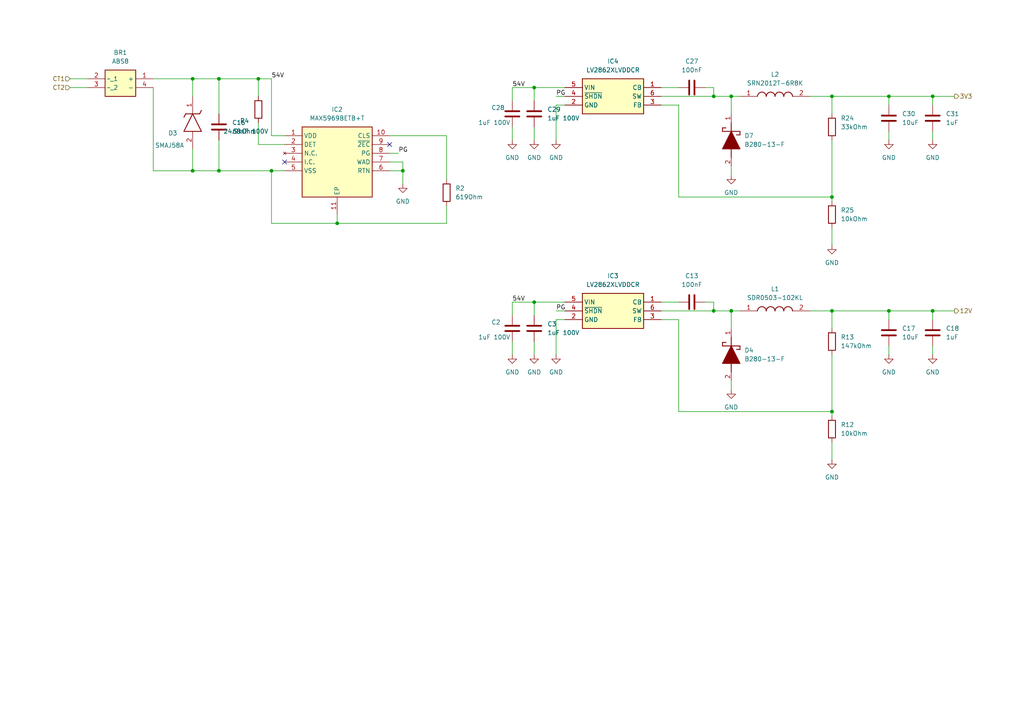
<source format=kicad_sch>
(kicad_sch (version 20231120) (generator "eeschema") (generator_version "8.0")
  (paper "A4")
  (lib_symbols
    (symbol "benediktibk:ABS8"
      (property "Reference" "BR" (at 6.604 7.366 0))
      (property "Value" "ABS8" (at 6.604 4.826 0))
      (symbol "ABS8_1_1"
        (rectangle (start 5.08 2.54) (end 13.97 -5.08) (stroke (width 0.254)) (fill (type background)))
        (pin passive line (at 19.05 0 180) (length 5.08) (name "+") (number "1"))
        (pin passive line (at 0 0 0) (length 5.08) (name "~_1") (number "2"))
        (pin passive line (at 0 -2.54 0) (length 5.08) (name "~_2") (number "3"))
        (pin passive line (at 19.05 -2.54 180) (length 5.08) (name "-") (number "4"))
      )
    )
    (symbol "benediktibk:B280-13-F" (pin_names hide)
      (property "Reference" "D" (at 12.7 8.89 0))
      (property "Value" "B280-13-F" (at 12.7 6.35 0))
      (symbol "B280-13-F_1_1"
        (polyline (pts (xy 5.08 0) (xy 7.62 0)) (stroke (width 0.254)))
        (polyline (pts (xy 6.604 -1.524) (xy 6.604 -2.54)) (stroke (width 0.254)))
        (polyline (pts (xy 7.62 -2.54) (xy 6.604 -2.54)) (stroke (width 0.254)))
        (polyline (pts (xy 7.62 2.54) (xy 7.62 -2.54)) (stroke (width 0.254)))
        (polyline (pts (xy 7.62 2.54) (xy 8.636 2.54)) (stroke (width 0.254)))
        (polyline (pts (xy 8.636 1.524) (xy 8.636 2.54)) (stroke (width 0.254)))
        (polyline (pts (xy 12.7 0) (xy 15.24 0)) (stroke (width 0.254)))
        (polyline (pts (xy 7.62 0) (xy 12.7 2.54) (xy 12.7 -2.54) (xy 7.62 0)) (stroke (width 0.254)) (fill (type outline)))
        (pin passive line (at 2.54 0 0) (length 2.54) (name "K") (number "1"))
        (pin passive line (at 17.78 0 180) (length 2.54) (name "A") (number "2"))
      )
    )
    (symbol "benediktibk:C_100nF_SMD_0603_50V" (pin_numbers hide) (pin_names (offset 0.254))
      (property "Reference" "C" (at 0.635 2.54 0))
      (property "Value" "C_100nF_SMD_0603_50V" (at 0.635 -2.54 0))
      (symbol "C_100nF_SMD_0603_50V_0_1"
        (polyline (pts (xy -2.032 -0.762) (xy 2.032 -0.762)) (stroke (width 0.508)))
        (polyline (pts (xy -2.032 0.762) (xy 2.032 0.762)) (stroke (width 0.508)))
      )
      (symbol "C_100nF_SMD_0603_50V_1_1"
        (pin passive line (at 0 3.81 270) (length 2.794) (name "~") (number "1"))
        (pin passive line (at 0 -3.81 90) (length 2.794) (name "~") (number "2"))
      )
    )
    (symbol "benediktibk:C_10uF_SMD_1210_50V_20%" (pin_numbers hide) (pin_names (offset 0.254))
      (property "Reference" "C" (at 0.635 2.54 0))
      (property "Value" "C_10uF_SMD_1210_50V_20%" (at 0.635 -2.54 0))
      (symbol "C_10uF_SMD_1210_50V_20%_0_1"
        (polyline (pts (xy -2.032 -0.762) (xy 2.032 -0.762)) (stroke (width 0.508)))
        (polyline (pts (xy -2.032 0.762) (xy 2.032 0.762)) (stroke (width 0.508)))
      )
      (symbol "C_10uF_SMD_1210_50V_20%_1_1"
        (pin passive line (at 0 3.81 270) (length 2.794) (name "~") (number "1"))
        (pin passive line (at 0 -3.81 90) (length 2.794) (name "~") (number "2"))
      )
    )
    (symbol "benediktibk:C_1uF_SMD_0603_100V_10%" (pin_numbers hide) (pin_names (offset 0.254))
      (property "Reference" "C" (at 0.635 2.54 0))
      (property "Value" "C_1uF_SMD_0603_100V_10%" (at 0.635 -2.54 0))
      (symbol "C_1uF_SMD_0603_100V_10%_0_1"
        (polyline (pts (xy -2.032 -0.762) (xy 2.032 -0.762)) (stroke (width 0.508)))
        (polyline (pts (xy -2.032 0.762) (xy 2.032 0.762)) (stroke (width 0.508)))
      )
      (symbol "C_1uF_SMD_0603_100V_10%_1_1"
        (pin passive line (at 0 3.81 270) (length 2.794) (name "~") (number "1"))
        (pin passive line (at 0 -3.81 90) (length 2.794) (name "~") (number "2"))
      )
    )
    (symbol "benediktibk:C_1uF_SMD_0603_50V_10%" (pin_numbers hide) (pin_names (offset 0.254))
      (property "Reference" "C" (at 0.635 2.54 0))
      (property "Value" "C_1uF_SMD_0603_50V_10%" (at 0.635 -2.54 0))
      (symbol "C_1uF_SMD_0603_50V_10%_0_1"
        (polyline (pts (xy -2.032 -0.762) (xy 2.032 -0.762)) (stroke (width 0.508)))
        (polyline (pts (xy -2.032 0.762) (xy 2.032 0.762)) (stroke (width 0.508)))
      )
      (symbol "C_1uF_SMD_0603_50V_10%_1_1"
        (pin passive line (at 0 3.81 270) (length 2.794) (name "~") (number "1"))
        (pin passive line (at 0 -3.81 90) (length 2.794) (name "~") (number "2"))
      )
    )
    (symbol "benediktibk:C_68nF_SMD_0603_100V_10%" (pin_numbers hide) (pin_names (offset 0.254))
      (property "Reference" "C" (at 0.635 2.54 0))
      (property "Value" "C_68nF_SMD_0603_100V_10%" (at 0.635 -2.54 0))
      (symbol "C_68nF_SMD_0603_100V_10%_0_1"
        (polyline (pts (xy -2.032 -0.762) (xy 2.032 -0.762)) (stroke (width 0.508)))
        (polyline (pts (xy -2.032 0.762) (xy 2.032 0.762)) (stroke (width 0.508)))
      )
      (symbol "C_68nF_SMD_0603_100V_10%_1_1"
        (pin passive line (at 0 3.81 270) (length 2.794) (name "~") (number "1"))
        (pin passive line (at 0 -3.81 90) (length 2.794) (name "~") (number "2"))
      )
    )
    (symbol "benediktibk:LV2862XLVDDCR"
      (property "Reference" "IC" (at 24.13 7.62 0))
      (property "Value" "LV2862XLVDDCR" (at 24.13 5.08 0))
      (symbol "LV2862XLVDDCR_1_1"
        (rectangle (start 5.08 2.54) (end 22.86 -7.62) (stroke (width 0.254)) (fill (type background)))
        (pin passive line (at 27.94 0 180) (length 5.08) (name "CB") (number "1"))
        (pin passive line (at 0 -5.08 0) (length 5.08) (name "GND") (number "2"))
        (pin passive line (at 27.94 -5.08 180) (length 5.08) (name "FB") (number "3"))
        (pin passive line (at 0 -2.54 0) (length 5.08) (name "~{SHDN}") (number "4"))
        (pin passive line (at 0 0 0) (length 5.08) (name "VIN") (number "5"))
        (pin passive line (at 27.94 -2.54 180) (length 5.08) (name "SW") (number "6"))
      )
    )
    (symbol "benediktibk:MAX5969BETB+T"
      (property "Reference" "IC" (at 26.67 7.62 0))
      (property "Value" "MAX5969BETB+T" (at 26.67 5.08 0))
      (symbol "MAX5969BETB+T_1_1"
        (rectangle (start 5.08 2.54) (end 25.4 -17.78) (stroke (width 0.254)) (fill (type background)))
        (pin passive line (at 0 0 0) (length 5.08) (name "VDD") (number "1"))
        (pin passive line (at 30.48 0 180) (length 5.08) (name "CLS") (number "10"))
        (pin passive line (at 15.24 -22.86 90) (length 5.08) (name "EP") (number "11"))
        (pin passive line (at 0 -2.54 0) (length 5.08) (name "DET") (number "2"))
        (pin no_connect line (at 0 -5.08 0) (length 5.08) (name "N.C.") (number "3"))
        (pin passive line (at 0 -7.62 0) (length 5.08) (name "I.C.") (number "4"))
        (pin passive line (at 0 -10.16 0) (length 5.08) (name "VSS") (number "5"))
        (pin passive line (at 30.48 -10.16 180) (length 5.08) (name "RTN") (number "6"))
        (pin passive line (at 30.48 -7.62 180) (length 5.08) (name "WAD") (number "7"))
        (pin passive line (at 30.48 -5.08 180) (length 5.08) (name "PG") (number "8"))
        (pin passive line (at 30.48 -2.54 180) (length 5.08) (name "~{2EC}") (number "9"))
      )
    )
    (symbol "benediktibk:R_10kOhm_SMD_0603_100mW_1%" (pin_numbers hide) (pin_names (offset 0))
      (property "Reference" "R" (at 2.032 0 90))
      (property "Value" "R_10kOhm_SMD_0603_100mW_1%" (at -5.588 -1.016 90))
      (symbol "R_10kOhm_SMD_0603_100mW_1%_0_1"
        (rectangle (start -1.016 -2.54) (end 1.016 2.54) (stroke (width 0.254)))
      )
      (symbol "R_10kOhm_SMD_0603_100mW_1%_1_1"
        (pin passive line (at 0 3.81 270) (length 1.27) (name "~") (number "1"))
        (pin passive line (at 0 -3.81 90) (length 1.27) (name "~") (number "2"))
      )
    )
    (symbol "benediktibk:R_147kOhm_SMD_0603_100mW_1%" (pin_numbers hide) (pin_names (offset 0))
      (property "Reference" "R" (at 2.032 0 90))
      (property "Value" "R_147kOhm_SMD_0603_100mW_1%" (at -5.588 -1.016 90))
      (symbol "R_147kOhm_SMD_0603_100mW_1%_0_1"
        (rectangle (start -1.016 -2.54) (end 1.016 2.54) (stroke (width 0.254)))
      )
      (symbol "R_147kOhm_SMD_0603_100mW_1%_1_1"
        (pin passive line (at 0 3.81 270) (length 1.27) (name "~") (number "1"))
        (pin passive line (at 0 -3.81 90) (length 1.27) (name "~") (number "2"))
      )
    )
    (symbol "benediktibk:R_24_9kOhm_SMD_0603_100mW_1%" (pin_numbers hide) (pin_names (offset 0))
      (property "Reference" "R" (at 2.032 0 90))
      (property "Value" "R_24_9kOhm_SMD_0603_100mW_1%" (at -5.588 -1.016 90))
      (symbol "R_24_9kOhm_SMD_0603_100mW_1%_0_1"
        (rectangle (start -1.016 -2.54) (end 1.016 2.54) (stroke (width 0.254)))
      )
      (symbol "R_24_9kOhm_SMD_0603_100mW_1%_1_1"
        (pin passive line (at 0 3.81 270) (length 1.27) (name "~") (number "1"))
        (pin passive line (at 0 -3.81 90) (length 1.27) (name "~") (number "2"))
      )
    )
    (symbol "benediktibk:R_33kOhm_SMD_0603_100mW_1%" (pin_numbers hide) (pin_names (offset 0))
      (property "Reference" "R" (at 2.032 0 90))
      (property "Value" "R_33kOhm_SMD_0603_100mW_1%" (at -5.588 -1.016 90))
      (symbol "R_33kOhm_SMD_0603_100mW_1%_0_1"
        (rectangle (start -1.016 -2.54) (end 1.016 2.54) (stroke (width 0.254)))
      )
      (symbol "R_33kOhm_SMD_0603_100mW_1%_1_1"
        (pin passive line (at 0 3.81 270) (length 1.27) (name "~") (number "1"))
        (pin passive line (at 0 -3.81 90) (length 1.27) (name "~") (number "2"))
      )
    )
    (symbol "benediktibk:R_619Ohm_SMD_0603_100mW_1%" (pin_numbers hide) (pin_names (offset 0))
      (property "Reference" "R" (at 2.032 0 90))
      (property "Value" "R_619Ohm_SMD_0603_100mW_1%" (at -5.588 -1.016 90))
      (symbol "R_619Ohm_SMD_0603_100mW_1%_0_1"
        (rectangle (start -1.016 -2.54) (end 1.016 2.54) (stroke (width 0.254)))
      )
      (symbol "R_619Ohm_SMD_0603_100mW_1%_1_1"
        (pin passive line (at 0 3.81 270) (length 1.27) (name "~") (number "1"))
        (pin passive line (at 0 -3.81 90) (length 1.27) (name "~") (number "2"))
      )
    )
    (symbol "benediktibk:SDR0503-102KL" (pin_names hide)
      (property "Reference" "L" (at 16.51 6.35 0))
      (property "Value" "SDR0503-102KL" (at 16.51 3.81 0))
      (symbol "SDR0503-102KL_1_1"
        (arc (start 7.62 0) (mid 6.35 1.219) (end 5.08 0) (stroke (width 0.254)))
        (arc (start 10.16 0) (mid 8.89 1.219) (end 7.62 0) (stroke (width 0.254)))
        (arc (start 12.7 0) (mid 11.43 1.219) (end 10.16 0) (stroke (width 0.254)))
        (arc (start 15.24 0) (mid 13.97 1.219) (end 12.7 0) (stroke (width 0.254)))
        (pin passive line (at 0 0 0) (length 5.08) (name "1") (number "1"))
        (pin passive line (at 20.32 0 180) (length 5.08) (name "2") (number "2"))
      )
    )
    (symbol "benediktibk:SMAJ58A" (pin_names hide)
      (property "Reference" "D" (at 10.16 8.89 0))
      (property "Value" "SMAJ58A" (at 10.16 6.35 0))
      (symbol "SMAJ58A_1_1"
        (polyline (pts (xy 4.064 2.54) (xy 5.08 2.032)) (stroke (width 0.254)))
        (polyline (pts (xy 5.08 -2.032) (xy 5.08 2.032)) (stroke (width 0.254)))
        (polyline (pts (xy 5.08 -2.032) (xy 6.096 -2.54)) (stroke (width 0.254)))
        (polyline (pts (xy 5.08 0) (xy 10.16 2.54)) (stroke (width 0.254)))
        (polyline (pts (xy 10.16 -2.54) (xy 5.08 0)) (stroke (width 0.254)))
        (polyline (pts (xy 10.16 -2.54) (xy 10.16 2.54)) (stroke (width 0.254)))
        (pin passive line (at 0 0 0) (length 5.08) (name "K") (number "1"))
        (pin passive line (at 15.24 0 180) (length 5.08) (name "A") (number "2"))
      )
    )
    (symbol "benediktibk:SRN2012T-6R8K" (pin_names hide)
      (property "Reference" "L" (at 16.51 6.35 0))
      (property "Value" "SRN2012T-6R8K" (at 16.51 3.81 0))
      (symbol "SRN2012T-6R8K_1_1"
        (arc (start 7.62 0) (mid 6.35 1.219) (end 5.08 0) (stroke (width 0.254)))
        (arc (start 10.16 0) (mid 8.89 1.219) (end 7.62 0) (stroke (width 0.254)))
        (arc (start 12.7 0) (mid 11.43 1.219) (end 10.16 0) (stroke (width 0.254)))
        (arc (start 15.24 0) (mid 13.97 1.219) (end 12.7 0) (stroke (width 0.254)))
        (pin passive line (at 0 0 0) (length 5.08) (name "1") (number "1"))
        (pin passive line (at 20.32 0 180) (length 5.08) (name "2") (number "2"))
      )
    )
    (symbol "power:GND" (power) (pin_numbers hide) (pin_names (offset 0) hide)
      (property "Value" "GND" (at 0 -3.81 0))
      (symbol "GND_0_1"
        (polyline (pts (xy 0 0) (xy 0 -1.27) (xy 1.27 -1.27) (xy 0 -2.54) (xy -1.27 -1.27) (xy 0 -1.27)))
      )
      (symbol "GND_1_1"
        (pin power_in line (at 0 0 270) (length 0) (name "~") (number "1"))
      )
    )
  )
  (junction (at 270.51 27.94))
  (junction (at 74.93 22.86))
  (junction (at 97.79 64.77))
  (junction (at 241.3 90.17))
  (junction (at 257.81 27.94))
  (junction (at 257.81 90.17))
  (junction (at 207.01 90.17))
  (junction (at 241.3 27.94))
  (junction (at 116.84 49.53))
  (junction (at 241.3 57.15))
  (junction (at 63.5 49.53))
  (junction (at 55.88 49.53))
  (junction (at 63.5 22.86))
  (junction (at 241.3 119.38))
  (junction (at 154.94 87.63))
  (junction (at 154.94 25.4))
  (junction (at 212.09 27.94))
  (junction (at 207.01 27.94))
  (junction (at 270.51 90.17))
  (junction (at 55.88 22.86))
  (junction (at 78.74 49.53))
  (junction (at 212.09 90.17))
  (no_connect (at 113.03 41.91))
  (no_connect (at 82.55 46.99))
  (wire (pts (xy 74.93 41.91) (xy 74.93 35.56)))
  (wire (pts (xy 154.94 25.4) (xy 154.94 29.21)))
  (wire (pts (xy 129.54 64.77) (xy 97.79 64.77)))
  (wire (pts (xy 241.3 90.17) (xy 241.3 95.25)))
  (wire (pts (xy 154.94 99.06) (xy 154.94 102.87)))
  (wire (pts (xy 163.83 30.48) (xy 161.29 30.48)))
  (wire (pts (xy 241.3 27.94) (xy 257.81 27.94)))
  (wire (pts (xy 154.94 36.83) (xy 154.94 40.64)))
  (wire (pts (xy 55.88 43.18) (xy 55.88 49.53)))
  (wire (pts (xy 257.81 27.94) (xy 257.81 30.48)))
  (wire (pts (xy 148.59 99.06) (xy 148.59 102.87)))
  (wire (pts (xy 196.85 57.15) (xy 241.3 57.15)))
  (wire (pts (xy 196.85 30.48) (xy 196.85 57.15)))
  (wire (pts (xy 270.51 27.94) (xy 276.86 27.94)))
  (wire (pts (xy 207.01 87.63) (xy 204.47 87.63)))
  (wire (pts (xy 257.81 38.1) (xy 257.81 40.64)))
  (wire (pts (xy 55.88 22.86) (xy 63.5 22.86)))
  (wire (pts (xy 161.29 30.48) (xy 161.29 40.64)))
  (wire (pts (xy 113.03 49.53) (xy 116.84 49.53)))
  (wire (pts (xy 196.85 92.71) (xy 196.85 119.38)))
  (wire (pts (xy 196.85 119.38) (xy 241.3 119.38)))
  (wire (pts (xy 207.01 90.17) (xy 207.01 87.63)))
  (wire (pts (xy 212.09 90.17) (xy 214.63 90.17)))
  (wire (pts (xy 212.09 110.49) (xy 212.09 113.03)))
  (wire (pts (xy 154.94 25.4) (xy 163.83 25.4)))
  (wire (pts (xy 78.74 49.53) (xy 82.55 49.53)))
  (wire (pts (xy 78.74 22.86) (xy 78.74 39.37)))
  (wire (pts (xy 270.51 27.94) (xy 270.51 30.48)))
  (wire (pts (xy 257.81 90.17) (xy 257.81 92.71)))
  (wire (pts (xy 241.3 120.65) (xy 241.3 119.38)))
  (wire (pts (xy 116.84 46.99) (xy 116.84 49.53)))
  (wire (pts (xy 113.03 44.45) (xy 115.57 44.45)))
  (wire (pts (xy 78.74 64.77) (xy 97.79 64.77)))
  (wire (pts (xy 74.93 22.86) (xy 78.74 22.86)))
  (wire (pts (xy 241.3 27.94) (xy 241.3 33.02)))
  (wire (pts (xy 257.81 100.33) (xy 257.81 102.87)))
  (wire (pts (xy 129.54 39.37) (xy 129.54 52.07)))
  (wire (pts (xy 191.77 92.71) (xy 196.85 92.71)))
  (wire (pts (xy 241.3 128.27) (xy 241.3 133.35)))
  (wire (pts (xy 241.3 90.17) (xy 257.81 90.17)))
  (wire (pts (xy 44.45 22.86) (xy 55.88 22.86)))
  (wire (pts (xy 78.74 39.37) (xy 82.55 39.37)))
  (wire (pts (xy 78.74 49.53) (xy 78.74 64.77)))
  (wire (pts (xy 191.77 27.94) (xy 207.01 27.94)))
  (wire (pts (xy 163.83 92.71) (xy 161.29 92.71)))
  (wire (pts (xy 212.09 27.94) (xy 212.09 33.02)))
  (wire (pts (xy 270.51 38.1) (xy 270.51 40.64)))
  (wire (pts (xy 44.45 49.53) (xy 44.45 25.4)))
  (wire (pts (xy 74.93 22.86) (xy 74.93 27.94)))
  (wire (pts (xy 257.81 90.17) (xy 270.51 90.17)))
  (wire (pts (xy 241.3 40.64) (xy 241.3 57.15)))
  (wire (pts (xy 55.88 49.53) (xy 63.5 49.53)))
  (wire (pts (xy 191.77 25.4) (xy 196.85 25.4)))
  (wire (pts (xy 63.5 40.64) (xy 63.5 49.53)))
  (wire (pts (xy 234.95 27.94) (xy 241.3 27.94)))
  (wire (pts (xy 191.77 87.63) (xy 196.85 87.63)))
  (wire (pts (xy 161.29 90.17) (xy 163.83 90.17)))
  (wire (pts (xy 148.59 87.63) (xy 148.59 91.44)))
  (wire (pts (xy 207.01 90.17) (xy 212.09 90.17)))
  (wire (pts (xy 154.94 87.63) (xy 154.94 91.44)))
  (wire (pts (xy 270.51 90.17) (xy 276.86 90.17)))
  (wire (pts (xy 116.84 49.53) (xy 116.84 53.34)))
  (wire (pts (xy 161.29 92.71) (xy 161.29 102.87)))
  (wire (pts (xy 241.3 66.04) (xy 241.3 71.12)))
  (wire (pts (xy 63.5 22.86) (xy 74.93 22.86)))
  (wire (pts (xy 212.09 27.94) (xy 214.63 27.94)))
  (wire (pts (xy 270.51 90.17) (xy 270.51 92.71)))
  (wire (pts (xy 20.32 22.86) (xy 25.4 22.86)))
  (wire (pts (xy 191.77 30.48) (xy 196.85 30.48)))
  (wire (pts (xy 207.01 27.94) (xy 212.09 27.94)))
  (wire (pts (xy 241.3 102.87) (xy 241.3 119.38)))
  (wire (pts (xy 234.95 90.17) (xy 241.3 90.17)))
  (wire (pts (xy 191.77 90.17) (xy 207.01 90.17)))
  (wire (pts (xy 148.59 36.83) (xy 148.59 40.64)))
  (wire (pts (xy 20.32 25.4) (xy 25.4 25.4)))
  (wire (pts (xy 44.45 49.53) (xy 55.88 49.53)))
  (wire (pts (xy 270.51 100.33) (xy 270.51 102.87)))
  (wire (pts (xy 63.5 22.86) (xy 63.5 33.02)))
  (wire (pts (xy 154.94 87.63) (xy 163.83 87.63)))
  (wire (pts (xy 212.09 90.17) (xy 212.09 95.25)))
  (wire (pts (xy 82.55 41.91) (xy 74.93 41.91)))
  (wire (pts (xy 212.09 48.26) (xy 212.09 50.8)))
  (wire (pts (xy 161.29 27.94) (xy 163.83 27.94)))
  (wire (pts (xy 129.54 39.37) (xy 113.03 39.37)))
  (wire (pts (xy 207.01 27.94) (xy 207.01 25.4)))
  (wire (pts (xy 113.03 46.99) (xy 116.84 46.99)))
  (wire (pts (xy 63.5 49.53) (xy 78.74 49.53)))
  (wire (pts (xy 257.81 27.94) (xy 270.51 27.94)))
  (wire (pts (xy 148.59 25.4) (xy 148.59 29.21)))
  (wire (pts (xy 148.59 87.63) (xy 154.94 87.63)))
  (wire (pts (xy 97.79 64.77) (xy 97.79 62.23)))
  (wire (pts (xy 207.01 25.4) (xy 204.47 25.4)))
  (wire (pts (xy 129.54 59.69) (xy 129.54 64.77)))
  (wire (pts (xy 55.88 22.86) (xy 55.88 27.94)))
  (wire (pts (xy 148.59 25.4) (xy 154.94 25.4)))
  (wire (pts (xy 241.3 58.42) (xy 241.3 57.15)))
  (label "54V" (at 148.59 87.63 0))
  (label "PG" (at 161.29 27.94 0))
  (label "54V" (at 148.59 25.4 0))
  (label "PG" (at 115.57 44.45 0))
  (label "PG" (at 161.29 90.17 0))
  (label "54V" (at 78.74 22.86 0))
  (hierarchical_label "12V" (shape output) (at 276.86 90.17 0))
  (hierarchical_label "CT2" (shape input) (at 20.32 25.4 180))
  (hierarchical_label "3V3" (shape output) (at 276.86 27.94 0))
  (hierarchical_label "CT1" (shape input) (at 20.32 22.86 180))
  (symbol (lib_id "benediktibk:C_1uF_SMD_0603_50V_10%") (at 270.51 34.29 0) (unit 1)
    (property "Reference" "C31" (at 274.32 33.0199 0) (effects (justify left)))
    (property "Value" "1uF" (at 274.32 35.5599 0) (effects (justify left)))
    (property "Footprint" "benediktibk:C_0603_1608Metric_Pad1.08x0.95mm_HandSolder" (effects (hide yes)))
    (property "Description" "Unpolarized capacitor" (effects (hide yes)))
    (property "RS order number" "103-4112" (effects (hide yes)))
    (property "Mouser Part Number" "963-UMK107BJ105KA-T" (effects (hide yes)))
  )
  (symbol (lib_id "benediktibk:ABS8") (at 25.4 22.86 0) (unit 1)
    (property "Reference" "BR1" (at 34.925 15.24 0))
    (property "Value" "ABS8" (at 34.925 17.78 0))
    (property "Footprint" "benediktibk:ABS8" (effects (hide yes)))
    (property "Datasheet" "https://datasheetspdf.com/pdf-file/1391019/SMCDiode/ABS8/1" (effects (hide yes)))
    (property "Description" "Diode Rectifier Bridge Single 800V 1A 4-Pin Case ABS T/R" (effects (hide yes)))
    (property "Height" "1.7" (effects (hide yes)))
    (property "Mouser Part Number" "637-ABS8" (effects (hide yes)))
    (property "Mouser Price/Stock" "https://www.mouser.co.uk/ProductDetail/Diotec-Semiconductor/ABS8?qs=OlC7AqGiEDl1rAye1%2FSZiw%3D%3D" (effects (hide yes)))
    (property "Manufacturer_Name" "Diotec" (effects (hide yes)))
    (property "Manufacturer_Part_Number" "ABS8" (effects (hide yes)))
  )
  (symbol (lib_id "benediktibk:C_10uF_SMD_1210_50V_20%") (at 257.81 34.29 0) (unit 1)
    (property "Reference" "C30" (at 261.62 33.0199 0) (effects (justify left)))
    (property "Value" "10uF" (at 261.62 35.5599 0) (effects (justify left)))
    (property "Footprint" "benediktibk:C_1210_3225Metric_Pad1.33x2.70mm_HandSolder" (effects (hide yes)))
    (property "Description" "Unpolarized capacitor" (effects (hide yes)))
    (property "RS order number" "172-1575" (effects (hide yes)))
    (property "Mouser Part Number" "187-CL31A106MBHNNNE" (effects (hide yes)))
  )
  (symbol (lib_id "benediktibk:C_100nF_SMD_0603_50V") (at 200.66 25.4 270) (unit 1)
    (property "Reference" "C27" (at 200.66 17.78 90))
    (property "Value" "100nF" (at 200.66 20.32 90))
    (property "Footprint" "benediktibk:C_0603_1608Metric_Pad1.08x0.95mm_HandSolder" (effects (hide yes)))
    (property "Description" "Unpolarized capacitor" (effects (hide yes)))
    (property "RS order number" "242-7372" (effects (hide yes)))
    (property "Mouser Part Number" "581-KGM15BR71H104KM" (effects (hide yes)))
  )
  (symbol (lib_id "benediktibk:R_24_9kOhm_SMD_0603_100mW_1%") (at 74.93 31.75 0) (unit 1)
    (property "Reference" "R4" (at 69.596 35.052 0) (effects (justify left)))
    (property "Value" "24.9kOhm" (at 64.77 38.1 0) (effects (justify left)))
    (property "Footprint" "benediktibk:R_0603_1608Metric_Pad0.98x0.95mm_HandSolder" (effects (hide yes)))
    (property "Description" "Resistor" (effects (hide yes)))
    (property "Mouser Part Number" "594-MCT06030C2492FP5" (effects (hide yes)))
  )
  (symbol (lib_id "benediktibk:SRN2012T-6R8K") (at 214.63 27.94 0) (unit 1)
    (property "Reference" "L2" (at 224.79 21.59 0))
    (property "Value" "SRN2012T-6R8K" (at 224.79 24.13 0))
    (property "Footprint" "benediktibk:INDPM2012X120N" (effects (hide yes)))
    (property "Datasheet" "http://www.bourns.com/docs/Product-Datasheets/SRN2012T.pdf" (effects (hide yes)))
    (property "Description" "Ind,2x1.2x1.2mm,6.8uH?10%,0.7A,semi-shd" (effects (hide yes)))
    (property "Height" "1.2" (effects (hide yes)))
    (property "Mouser Part Number" "652-SRN2012T-6R8K" (effects (hide yes)))
    (property "Mouser Price/Stock" "https://www.mouser.co.uk/ProductDetail/Bourns/SRN2012T-6R8K?qs=A6eO%252BMLsxmSuOZAvAVKYXQ%3D%3D" (effects (hide yes)))
    (property "Manufacturer_Name" "Bourns" (effects (hide yes)))
    (property "Manufacturer_Part_Number" "SRN2012T-6R8K" (effects (hide yes)))
  )
  (symbol (lib_id "power:GND") (at 212.09 113.03 0) (unit 1)
    (property "Reference" "#PWR24" (effects (hide yes)))
    (property "Value" "GND" (at 212.09 118.11 0))
    (property "Description" "Power symbol creates a global label with name \"GND\" , ground" (effects (hide yes)))
  )
  (symbol (lib_id "power:GND") (at 241.3 133.35 0) (unit 1)
    (property "Reference" "#PWR23" (effects (hide yes)))
    (property "Value" "GND" (at 241.3 138.43 0))
    (property "Description" "Power symbol creates a global label with name \"GND\" , ground" (effects (hide yes)))
  )
  (symbol (lib_id "benediktibk:SDR0503-102KL") (at 214.63 90.17 0) (unit 1)
    (property "Reference" "L1" (at 224.79 83.82 0))
    (property "Value" "SDR0503-102KL" (at 224.79 86.36 0))
    (property "Footprint" "benediktibk:SDR0503102KL" (effects (hide yes)))
    (property "Datasheet" "http://www.bourns.com/docs/Product-Datasheets/SDR0503.pdf" (effects (hide yes)))
    (property "Description" "SMD Power Inductor 1000uH 10% 0503 Bourns SDR0503 Series Wire-wound SMD Inductor with a Ferrite Core, 1000 uH Wire-Wound 110mA Idc Q:40" (effects (hide yes)))
    (property "Height" "3.3" (effects (hide yes)))
    (property "Mouser Part Number" "652-SDR0503-102KL" (effects (hide yes)))
    (property "Mouser Price/Stock" "https://www.mouser.co.uk/ProductDetail/Bourns/SDR0503-102KL?qs=R2jSSvul3fBVxoP3q8tBeg%3D%3D" (effects (hide yes)))
    (property "Manufacturer_Name" "Bourns" (effects (hide yes)))
    (property "Manufacturer_Part_Number" "SDR0503-102KL" (effects (hide yes)))
  )
  (symbol (lib_id "benediktibk:C_1uF_SMD_0603_50V_10%") (at 270.51 96.52 0) (unit 1)
    (property "Reference" "C18" (at 274.32 95.2499 0) (effects (justify left)))
    (property "Value" "1uF" (at 274.32 97.7899 0) (effects (justify left)))
    (property "Footprint" "benediktibk:C_0603_1608Metric_Pad1.08x0.95mm_HandSolder" (effects (hide yes)))
    (property "Description" "Unpolarized capacitor" (effects (hide yes)))
    (property "RS order number" "103-4112" (effects (hide yes)))
    (property "Mouser Part Number" "963-UMK107BJ105KA-T" (effects (hide yes)))
  )
  (symbol (lib_id "benediktibk:R_10kOhm_SMD_0603_100mW_1%") (at 241.3 124.46 0) (unit 1)
    (property "Reference" "R12" (at 243.84 123.1899 0) (effects (justify left)))
    (property "Value" "10kOhm" (at 243.84 125.7299 0) (effects (justify left)))
    (property "Footprint" "benediktibk:R_0603_1608Metric_Pad0.98x0.95mm_HandSolder" (effects (hide yes)))
    (property "Description" "Resistor" (effects (hide yes)))
    (property "RS order number" "125-1173" (effects (hide yes)))
    (property "Mouser Part Number" "652-CR0603FX-1002ELF" (effects (hide yes)))
  )
  (symbol (lib_id "benediktibk:C_1uF_SMD_0603_100V_10%") (at 148.59 95.25 0) (unit 1)
    (property "Reference" "C2" (at 142.494 93.472 0) (effects (justify left)))
    (property "Value" "1uF 100V" (at 138.684 97.79 0) (effects (justify left)))
    (property "Footprint" "benediktibk:C_0603_1608Metric_Pad1.08x0.95mm_HandSolder" (effects (hide yes)))
    (property "Description" "Unpolarized capacitor" (effects (hide yes)))
    (property "Mouser Part Number" "810-C1608X7R2A105K08" (effects (hide yes)))
  )
  (symbol (lib_id "benediktibk:C_100nF_SMD_0603_50V") (at 200.66 87.63 270) (unit 1)
    (property "Reference" "C13" (at 200.66 80.01 90))
    (property "Value" "100nF" (at 200.66 82.55 90))
    (property "Footprint" "benediktibk:C_0603_1608Metric_Pad1.08x0.95mm_HandSolder" (effects (hide yes)))
    (property "Description" "Unpolarized capacitor" (effects (hide yes)))
    (property "RS order number" "242-7372" (effects (hide yes)))
    (property "Mouser Part Number" "581-KGM15BR71H104KM" (effects (hide yes)))
  )
  (symbol (lib_id "power:GND") (at 257.81 40.64 0) (unit 1)
    (property "Reference" "#PWR18" (effects (hide yes)))
    (property "Value" "GND" (at 257.81 45.72 0))
    (property "Description" "Power symbol creates a global label with name \"GND\" , ground" (effects (hide yes)))
  )
  (symbol (lib_id "benediktibk:LV2862XLVDDCR") (at 163.83 87.63 0) (unit 1)
    (property "Reference" "IC3" (at 177.8 80.01 0))
    (property "Value" "LV2862XLVDDCR" (at 177.8 82.55 0))
    (property "Footprint" "benediktibk:SOT95P280X110-6N" (effects (hide yes)))
    (property "Datasheet" "https://www.ti.com/lit/gpn/LV2862" (effects (hide yes)))
    (property "Description" "Conv DC-DC 4V to 60V Step Down Single-Out -1V to 65V 0.6A Automotive T/R" (effects (hide yes)))
    (property "Height" "1.1" (effects (hide yes)))
    (property "Mouser Part Number" "595-LV2862XLVDDCR" (effects (hide yes)))
    (property "Mouser Price/Stock" "https://www.mouser.co.uk/ProductDetail/Texas-Instruments/LV2862XLVDDCR?qs=XJu%252BLGjWfSCoT1RiKkHrOA%3D%3D" (effects (hide yes)))
    (property "Manufacturer_Name" "Texas Instruments" (effects (hide yes)))
    (property "Manufacturer_Part_Number" "LV2862XLVDDCR" (effects (hide yes)))
  )
  (symbol (lib_id "benediktibk:R_619Ohm_SMD_0603_100mW_1%") (at 129.54 55.88 0) (unit 1)
    (property "Reference" "R2" (at 132.08 54.6099 0) (effects (justify left)))
    (property "Value" "619Ohm" (at 132.08 57.1499 0) (effects (justify left)))
    (property "Footprint" "benediktibk:R_0603_1608Metric_Pad0.98x0.95mm_HandSolder" (effects (hide yes)))
    (property "Description" "Resistor" (effects (hide yes)))
    (property "RS order number" "125-1173" (effects (hide yes)))
    (property "Mouser Part Number" "603-RT0603FRE07619RL" (effects (hide yes)))
  )
  (symbol (lib_id "benediktibk:R_147kOhm_SMD_0603_100mW_1%") (at 241.3 99.06 0) (unit 1)
    (property "Reference" "R13" (at 243.84 97.7899 0) (effects (justify left)))
    (property "Value" "147kOhm" (at 243.84 100.3299 0) (effects (justify left)))
    (property "Footprint" "benediktibk:R_0603_1608Metric_Pad0.98x0.95mm_HandSolder" (effects (hide yes)))
    (property "Description" "Resistor" (effects (hide yes)))
    (property "Mouser Part Number" "594-MCT06030C1473FP5" (effects (hide yes)))
  )
  (symbol (lib_id "power:GND") (at 257.81 102.87 0) (unit 1)
    (property "Reference" "#PWR25" (effects (hide yes)))
    (property "Value" "GND" (at 257.81 107.95 0))
    (property "Description" "Power symbol creates a global label with name \"GND\" , ground" (effects (hide yes)))
  )
  (symbol (lib_id "power:GND") (at 270.51 102.87 0) (unit 1)
    (property "Reference" "#PWR26" (effects (hide yes)))
    (property "Value" "GND" (at 270.51 107.95 0))
    (property "Description" "Power symbol creates a global label with name \"GND\" , ground" (effects (hide yes)))
  )
  (symbol (lib_id "benediktibk:C_68nF_SMD_0603_100V_10%") (at 63.5 36.83 0) (unit 1)
    (property "Reference" "C16" (at 67.31 35.5599 0) (effects (justify left)))
    (property "Value" "68nF 100V" (at 67.31 38.0999 0) (effects (justify left)))
    (property "Footprint" "benediktibk:C_0603_1608Metric_Pad1.08x0.95mm_HandSolder" (effects (hide yes)))
    (property "Description" "Unpolarized capacitor" (effects (hide yes)))
    (property "Mouser Part Number" "791-0603B683K101CT" (effects (hide yes)))
  )
  (symbol (lib_id "power:GND") (at 212.09 50.8 0) (unit 1)
    (property "Reference" "#PWR38" (effects (hide yes)))
    (property "Value" "GND" (at 212.09 55.88 0))
    (property "Description" "Power symbol creates a global label with name \"GND\" , ground" (effects (hide yes)))
  )
  (symbol (lib_id "power:GND") (at 116.84 53.34 0) (unit 1)
    (property "Reference" "#PWR2" (effects (hide yes)))
    (property "Value" "GND" (at 116.84 58.42 0))
    (property "Description" "Power symbol creates a global label with name \"GND\" , ground" (effects (hide yes)))
  )
  (symbol (lib_id "benediktibk:C_1uF_SMD_0603_100V_10%") (at 154.94 95.25 0) (unit 1)
    (property "Reference" "C3" (at 158.75 93.9799 0) (effects (justify left)))
    (property "Value" "1uF 100V" (at 158.75 96.5199 0) (effects (justify left)))
    (property "Footprint" "benediktibk:C_0603_1608Metric_Pad1.08x0.95mm_HandSolder" (effects (hide yes)))
    (property "Description" "Unpolarized capacitor" (effects (hide yes)))
    (property "Mouser Part Number" "810-C1608X7R2A105K08" (effects (hide yes)))
  )
  (symbol (lib_id "benediktibk:C_1uF_SMD_0603_100V_10%") (at 148.59 33.02 0) (unit 1)
    (property "Reference" "C28" (at 142.494 31.242 0) (effects (justify left)))
    (property "Value" "1uF 100V" (at 138.684 35.56 0) (effects (justify left)))
    (property "Footprint" "benediktibk:C_0603_1608Metric_Pad1.08x0.95mm_HandSolder" (effects (hide yes)))
    (property "Description" "Unpolarized capacitor" (effects (hide yes)))
    (property "Mouser Part Number" "810-C1608X7R2A105K08" (effects (hide yes)))
  )
  (symbol (lib_id "power:GND") (at 270.51 40.64 0) (unit 1)
    (property "Reference" "#PWR19" (effects (hide yes)))
    (property "Value" "GND" (at 270.51 45.72 0))
    (property "Description" "Power symbol creates a global label with name \"GND\" , ground" (effects (hide yes)))
  )
  (symbol (lib_id "benediktibk:R_33kOhm_SMD_0603_100mW_1%") (at 241.3 36.83 0) (unit 1)
    (property "Reference" "R24" (at 243.84 34.2899 0) (effects (justify left)))
    (property "Value" "33kOhm" (at 243.84 36.8299 0) (effects (justify left)))
    (property "Footprint" "benediktibk:R_0603_1608Metric_Pad0.98x0.95mm_HandSolder" (effects (hide yes)))
    (property "Description" "Resistor" (effects (hide yes)))
    (property "Mouser Part Number" "594-MCT06030C3302FP5" (effects (hide yes)))
  )
  (symbol (lib_id "power:GND") (at 154.94 102.87 0) (unit 1)
    (property "Reference" "#PWR21" (effects (hide yes)))
    (property "Value" "GND" (at 154.94 107.95 0))
    (property "Description" "Power symbol creates a global label with name \"GND\" , ground" (effects (hide yes)))
  )
  (symbol (lib_id "benediktibk:B280-13-F") (at 212.09 92.71 270) (unit 1)
    (property "Reference" "D4" (at 215.9 101.5999 90) (effects (justify left)))
    (property "Value" "B280-13-F" (at 215.9 104.1399 90) (effects (justify left)))
    (property "Footprint" "benediktibk:DIOM5336X250N" (effects (hide yes)))
    (property "Datasheet" "https://componentsearchengine.com/Datasheets/1/B280-13-F.pdf" (effects (hide yes)))
    (property "Description" "Diodes Inc B280-13-F, SMT Schottky Diode, 80V 2A, 2-Pin DO-214AA" (effects (hide yes)))
    (property "Height" "2.5" (effects (hide yes)))
    (property "Mouser Part Number" "621-B280-13-F" (effects (hide yes)))
    (property "Mouser Price/Stock" "https://www.mouser.com/Search/Refine.aspx?Keyword=621-B280-13-F" (effects (hide yes)))
    (property "Manufacturer_Name" "Diodes Incorporated" (effects (hide yes)))
    (property "Manufacturer_Part_Number" "B280-13-F" (effects (hide yes)))
  )
  (symbol (lib_id "benediktibk:LV2862XLVDDCR") (at 163.83 25.4 0) (unit 1)
    (property "Reference" "IC4" (at 177.8 17.78 0))
    (property "Value" "LV2862XLVDDCR" (at 177.8 20.32 0))
    (property "Footprint" "benediktibk:SOT95P280X110-6N" (effects (hide yes)))
    (property "Datasheet" "https://www.ti.com/lit/gpn/LV2862" (effects (hide yes)))
    (property "Description" "Conv DC-DC 4V to 60V Step Down Single-Out -1V to 65V 0.6A Automotive T/R" (effects (hide yes)))
    (property "Height" "1.1" (effects (hide yes)))
    (property "Mouser Part Number" "595-LV2862XLVDDCR" (effects (hide yes)))
    (property "Mouser Price/Stock" "https://www.mouser.co.uk/ProductDetail/Texas-Instruments/LV2862XLVDDCR?qs=XJu%252BLGjWfSCoT1RiKkHrOA%3D%3D" (effects (hide yes)))
    (property "Manufacturer_Name" "Texas Instruments" (effects (hide yes)))
    (property "Manufacturer_Part_Number" "LV2862XLVDDCR" (effects (hide yes)))
  )
  (symbol (lib_id "benediktibk:R_10kOhm_SMD_0603_100mW_1%") (at 241.3 62.23 0) (unit 1)
    (property "Reference" "R25" (at 243.84 60.9599 0) (effects (justify left)))
    (property "Value" "10kOhm" (at 243.84 63.4999 0) (effects (justify left)))
    (property "Footprint" "benediktibk:R_0603_1608Metric_Pad0.98x0.95mm_HandSolder" (effects (hide yes)))
    (property "Description" "Resistor" (effects (hide yes)))
    (property "RS order number" "125-1173" (effects (hide yes)))
    (property "Mouser Part Number" "652-CR0603FX-1002ELF" (effects (hide yes)))
  )
  (symbol (lib_id "power:GND") (at 241.3 71.12 0) (unit 1)
    (property "Reference" "#PWR39" (effects (hide yes)))
    (property "Value" "GND" (at 241.3 76.2 0))
    (property "Description" "Power symbol creates a global label with name \"GND\" , ground" (effects (hide yes)))
  )
  (symbol (lib_id "power:GND") (at 148.59 102.87 0) (unit 1)
    (property "Reference" "#PWR20" (effects (hide yes)))
    (property "Value" "GND" (at 148.59 107.95 0))
    (property "Description" "Power symbol creates a global label with name \"GND\" , ground" (effects (hide yes)))
  )
  (symbol (lib_id "benediktibk:SMAJ58A") (at 55.88 27.94 270) (unit 1)
    (property "Reference" "D3" (at 48.768 38.608 90) (effects (justify left)))
    (property "Value" "SMAJ58A" (at 44.958 42.164 90) (effects (justify left)))
    (property "Footprint" "benediktibk:DIOM5026X229N" (effects (hide yes)))
    (property "Datasheet" "https://componentsearchengine.com/Datasheets/2/SMAJ58A.pdf" (effects (hide yes)))
    (property "Description" "Littelfuse SMAJ58A Uni-Directional TVS Diode, 400W peak, 2-Pin DO-214AC" (effects (hide yes)))
    (property "Height" "2.29" (effects (hide yes)))
    (property "Mouser Part Number" "576-SMAJ58A" (effects (hide yes)))
    (property "Mouser Price/Stock" "https://www.mouser.co.uk/ProductDetail/Littelfuse/SMAJ58A?qs=2VFNtWizgiepPOMiS0Encw%3D%3D" (effects (hide yes)))
    (property "Manufacturer_Name" "LITTELFUSE" (effects (hide yes)))
    (property "Manufacturer_Part_Number" "SMAJ58A" (effects (hide yes)))
  )
  (symbol (lib_id "benediktibk:C_10uF_SMD_1210_50V_20%") (at 257.81 96.52 0) (unit 1)
    (property "Reference" "C17" (at 261.62 95.2499 0) (effects (justify left)))
    (property "Value" "10uF" (at 261.62 97.7899 0) (effects (justify left)))
    (property "Footprint" "benediktibk:C_1210_3225Metric_Pad1.33x2.70mm_HandSolder" (effects (hide yes)))
    (property "Description" "Unpolarized capacitor" (effects (hide yes)))
    (property "RS order number" "172-1575" (effects (hide yes)))
    (property "Mouser Part Number" "187-CL31A106MBHNNNE" (effects (hide yes)))
  )
  (symbol (lib_id "power:GND") (at 161.29 40.64 0) (unit 1)
    (property "Reference" "#PWR17" (effects (hide yes)))
    (property "Value" "GND" (at 161.29 45.72 0))
    (property "Description" "Power symbol creates a global label with name \"GND\" , ground" (effects (hide yes)))
  )
  (symbol (lib_id "benediktibk:MAX5969BETB+T") (at 82.55 39.37 0) (unit 1)
    (property "Reference" "IC2" (at 97.79 31.75 0))
    (property "Value" "MAX5969BETB+T" (at 97.79 34.29 0))
    (property "Footprint" "benediktibk:SON50P300X300X80-11N" (effects (hide yes)))
    (property "Datasheet" "https://componentsearchengine.com/Datasheets/2/MAX5969BETB+T.pdf" (effects (hide yes)))
    (property "Description" "Hot Swap Voltage Controllers IEEE 802.3af/at-Compliant, Powered Device Interface Controllers withIntegrated Power MOSFET" (effects (hide yes)))
    (property "Height" "0.8" (effects (hide yes)))
    (property "Mouser Part Number" "700-MAX5969BETB+T" (effects (hide yes)))
    (property "Mouser Price/Stock" "https://www.mouser.co.uk/ProductDetail/Maxim-Integrated/MAX5969BETB%2bT?qs=fnYUjNMxfVCZ3TzxCveytA%3D%3D" (effects (hide yes)))
    (property "Manufacturer_Name" "Analog Devices" (effects (hide yes)))
    (property "Manufacturer_Part_Number" "MAX5969BETB+T" (effects (hide yes)))
  )
  (symbol (lib_id "benediktibk:B280-13-F") (at 212.09 30.48 270) (unit 1)
    (property "Reference" "D7" (at 215.9 39.3699 90) (effects (justify left)))
    (property "Value" "B280-13-F" (at 215.9 41.9099 90) (effects (justify left)))
    (property "Footprint" "benediktibk:DIOM5336X250N" (effects (hide yes)))
    (property "Datasheet" "https://componentsearchengine.com/Datasheets/1/B280-13-F.pdf" (effects (hide yes)))
    (property "Description" "Diodes Inc B280-13-F, SMT Schottky Diode, 80V 2A, 2-Pin DO-214AA" (effects (hide yes)))
    (property "Height" "2.5" (effects (hide yes)))
    (property "Mouser Part Number" "621-B280-13-F" (effects (hide yes)))
    (property "Mouser Price/Stock" "https://www.mouser.com/Search/Refine.aspx?Keyword=621-B280-13-F" (effects (hide yes)))
    (property "Manufacturer_Name" "Diodes Incorporated" (effects (hide yes)))
    (property "Manufacturer_Part_Number" "B280-13-F" (effects (hide yes)))
  )
  (symbol (lib_id "power:GND") (at 148.59 40.64 0) (unit 1)
    (property "Reference" "#PWR15" (effects (hide yes)))
    (property "Value" "GND" (at 148.59 45.72 0))
    (property "Description" "Power symbol creates a global label with name \"GND\" , ground" (effects (hide yes)))
  )
  (symbol (lib_id "power:GND") (at 161.29 102.87 0) (unit 1)
    (property "Reference" "#PWR22" (effects (hide yes)))
    (property "Value" "GND" (at 161.29 107.95 0))
    (property "Description" "Power symbol creates a global label with name \"GND\" , ground" (effects (hide yes)))
  )
  (symbol (lib_id "benediktibk:C_1uF_SMD_0603_100V_10%") (at 154.94 33.02 0) (unit 1)
    (property "Reference" "C29" (at 158.75 31.7499 0) (effects (justify left)))
    (property "Value" "1uF 100V" (at 158.75 34.2899 0) (effects (justify left)))
    (property "Footprint" "benediktibk:C_0603_1608Metric_Pad1.08x0.95mm_HandSolder" (effects (hide yes)))
    (property "Description" "Unpolarized capacitor" (effects (hide yes)))
    (property "Mouser Part Number" "810-C1608X7R2A105K08" (effects (hide yes)))
  )
  (symbol (lib_id "power:GND") (at 154.94 40.64 0) (unit 1)
    (property "Reference" "#PWR16" (effects (hide yes)))
    (property "Value" "GND" (at 154.94 45.72 0))
    (property "Description" "Power symbol creates a global label with name \"GND\" , ground" (effects (hide yes)))
  )
)
</source>
